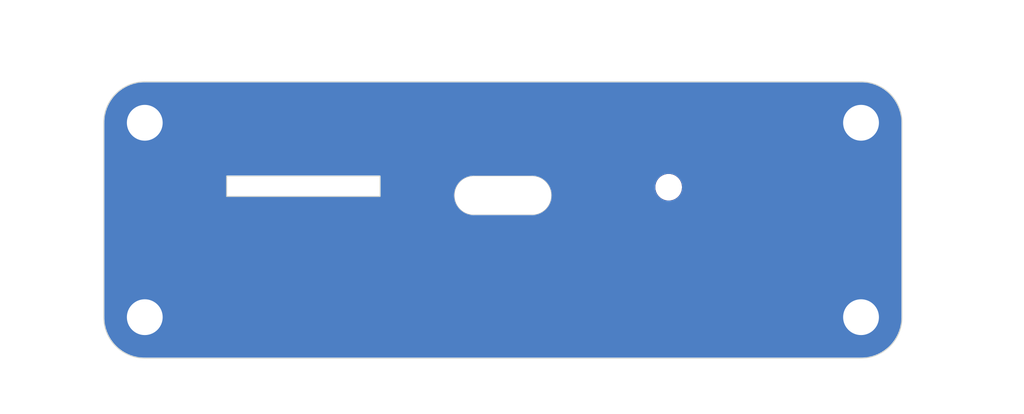
<source format=kicad_pcb>
(kicad_pcb (version 20221018) (generator pcbnew)
  (layers (0 "F.Cu" signal) (31 "B.Cu" signal) (34 "B.Paste" user) (35 "F.Paste" user) (36 "B.SilkS" user "B.Silkscreen") (37 "F.SilkS" user "F.Silkscreen") (38 "B.Mask" user) (39 "F.Mask" user) (44 "Edge.Cuts" user))
  (net 0 "")
  (net 1 "GND")
  (footprint "MountingHole:MountingHole_3.5mm_Pad_TopBottom" (layer "F.Cu") (at 174 110)
    (fp_text reference "REF**" hide)
    (fp_text value "MountingHole_3.5mm_Pad_TopBottom")
    (pad "1" thru_hole circle (at 0 0) (size 3.9 3.9) (drill 3.5) (layers "*.Cu" "*.Mask"))
    (pad "1" connect circle (at 0 0) (size 5 5) (layers "F.Cu" "F.Mask") (net 1 "GND"))
    (pad "1" connect circle (at 0 0) (size 7 7) (layers "B.Cu" "B.Mask") (net 1 "GND"))
  )
  (footprint "MountingHole:MountingHole_3.5mm_Pad_TopBottom" (layer "F.Cu") (at 104 110)
    (fp_text reference "REF**" hide)
    (fp_text value "MountingHole_3.5mm_Pad_TopBottom")
    (pad "1" thru_hole circle (at 0 0) (size 3.9 3.9) (drill 3.5) (layers "*.Cu" "*.Mask"))
    (pad "1" connect circle (at 0 0) (size 5 5) (layers "F.Cu" "F.Mask") (net 1 "GND"))
    (pad "1" connect circle (at 0 0) (size 7 7) (layers "B.Cu" "B.Mask") (net 1 "GND"))
  )
  (footprint "MountingHole:MountingHole_2.1mm" (layer "F.Cu") (at 155.2 116.3)
    (fp_text reference "REF**" hide)
    (fp_text value "MountingHole_2.1mm")
    (pad "" np_thru_hole circle (at 0 0) (size 2.1 2.1) (drill 2.1) (layers "*.Cu" "*.Mask"))
  )
  (footprint "MountingHole:MountingHole_3.5mm_Pad_TopBottom" (layer "F.Cu") (at 104 129)
    (fp_text reference "REF**" hide)
    (fp_text value "MountingHole_3.5mm_Pad_TopBottom")
    (pad "1" thru_hole circle (at 0 0) (size 3.9 3.9) (drill 3.5) (layers "*.Cu" "*.Mask"))
    (pad "1" connect circle (at 0 0) (size 5 5) (layers "F.Cu" "F.Mask") (net 1 "GND"))
    (pad "1" connect circle (at 0 0) (size 7 7) (layers "B.Cu" "B.Mask") (net 1 "GND"))
  )
  (footprint "MountingHole:MountingHole_3.5mm_Pad_TopBottom" (layer "F.Cu") (at 174 129)
    (fp_text reference "REF**" hide)
    (fp_text value "MountingHole_3.5mm_Pad_TopBottom")
    (pad "1" thru_hole circle (at 0 0) (size 3.9 3.9) (drill 3.5) (layers "*.Cu" "*.Mask"))
    (pad "1" connect circle (at 0 0) (size 5 5) (layers "F.Cu" "F.Mask") (net 1 "GND"))
    (pad "1" connect circle (at 0 0) (size 7 7) (layers "B.Cu" "B.Mask") (net 1 "GND"))
  )
  (gr_arc (start 136.15 119) (mid 134.25 117.1) (end 136.15 115.2) (stroke (width 0.05)) (layer "Edge.Cuts"))
  (gr_arc (start 100 110) (mid 101.171573 107.171573) (end 104 106) (stroke (width 0.1)) (layer "Edge.Cuts"))
  (gr_arc (start 174 106) (mid 176.828427 107.171573) (end 178 110) (stroke (width 0.1)) (layer "Edge.Cuts"))
  (gr_line (start 104 133) (end 174 133) (stroke (width 0.1)) (layer "Edge.Cuts"))
  (gr_arc (start 178 129) (mid 176.828427 131.828427) (end 174 133) (stroke (width 0.1)) (layer "Edge.Cuts"))
  (gr_arc (start 104 133) (mid 101.171573 131.828427) (end 100 129) (stroke (width 0.1)) (layer "Edge.Cuts"))
  (gr_line (start 104 106) (end 174 106) (stroke (width 0.1)) (layer "Edge.Cuts"))
  (gr_arc (start 141.85 115.2) (mid 143.75 117.1) (end 141.85 119) (stroke (width 0.05)) (layer "Edge.Cuts"))
  (gr_line (start 141.85 115.2) (end 136.15 115.2) (stroke (width 0.05)) (layer "Edge.Cuts"))
  (gr_rect (start 112 115.2) (end 127 117.2) (stroke (width 0.1)) (fill none) (layer "Edge.Cuts"))
  (gr_line (start 178 110) (end 178 129) (stroke (width 0.1)) (layer "Edge.Cuts"))
  (gr_line (start 136.15 119) (end 141.85 119) (stroke (width 0.05)) (layer "Edge.Cuts"))
  (gr_line (start 100 129) (end 100 110) (stroke (width 0.1)) (layer "Edge.Cuts"))
  (zone (net 1) (net_name "GND") (layers "F&B.Cu") (connect_pads yes (clearance 0.5)) (min_thickness 0.25) (fill yes (thermal_gap 0.5) (thermal_bridge_width 0.5) (island_removal_mode 1) (island_area_min 10))
    (polygon (pts (xy 100 106) (xy 100 133) (xy 178 133) (xy 178 106)))
  )
)
</source>
